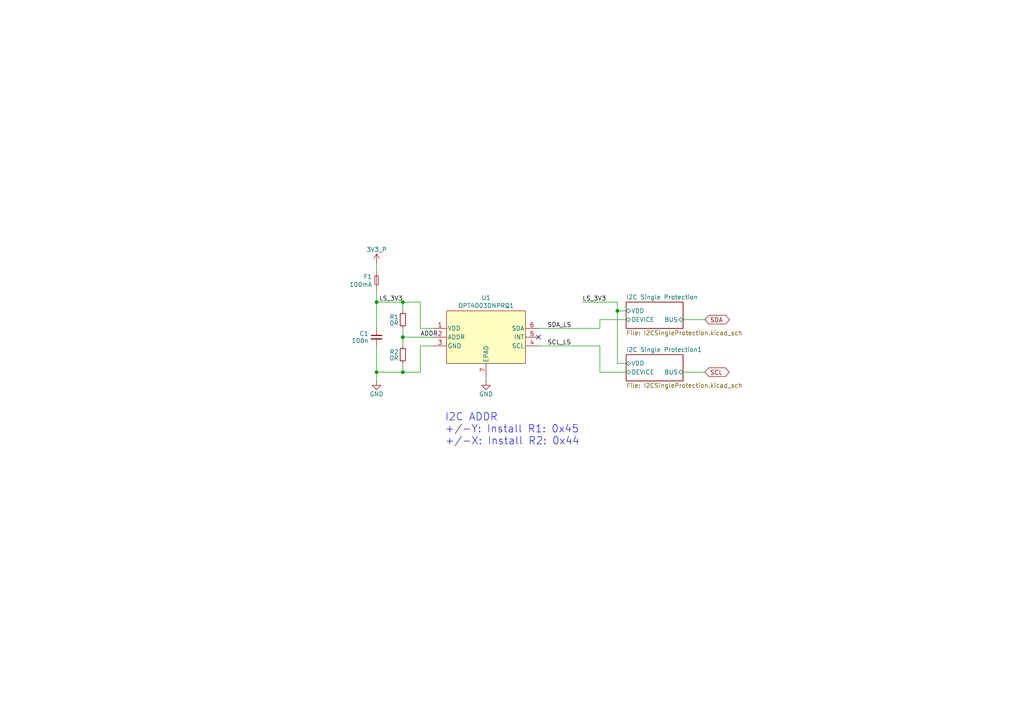
<source format=kicad_sch>
(kicad_sch (version 20250114) (generator "eeschema") (generator_version "9.0")
  (paper "A4")
  (title_block (title "Argus XY Solar Panel") (date "2026-01-27") (rev "v4.0") (company "Carnegie Mellon University") (comment 1 "N. Khera") (comment 2 "V. Rajesh"))
  (lib_symbols
    (symbol "Argus-IC:OPT4003DNPRQ1" (pin_names (offset 0.254))
      (property "Reference" "U1" (at 0 11.43 0))
      (property "Value" "OPT4003DNPRQ1" (at 0 9.144 0))
      (symbol "OPT4003DNPRQ1_1_1"
        (rectangle (start -11.43 7.62) (end 11.43 -7.62) (fill (type background)))
        (pin input line (at -15.24 2.54 0) (length 3.81) (name "VDD") (number "1"))
        (pin input line (at -15.24 0 0) (length 3.81) (name "ADDR") (number "2"))
        (pin power_in line (at -15.24 -2.54 0) (length 3.81) (name "GND") (number "3"))
        (pin power_out line (at 0 -11.43 90) (length 3.81) (name "EPAD") (number "7"))
        (pin bidirectional line (at 15.24 2.54 180) (length 3.81) (name "SDA") (number "6"))
        (pin bidirectional line (at 15.24 0 180) (length 3.81) (name "INT") (number "5"))
        (pin input line (at 15.24 -2.54 180) (length 3.81) (name "SCL") (number "4"))
      )
    )
    (symbol "Device:C_Small" (pin_numbers (hide yes)) (pin_names (offset 0.254) (hide yes))
      (property "Reference" "C" (at 0.254 1.778 0))
      (property "Value" "C_Small" (at 0.254 -2.032 0))
      (symbol "C_Small_0_1"
        (polyline (pts (xy -1.524 0.508) (xy 1.524 0.508)) (stroke (width 0.3048)))
        (polyline (pts (xy -1.524 -0.508) (xy 1.524 -0.508)) (stroke (width 0.3302)))
      )
      (symbol "C_Small_1_1"
        (pin passive line (at 0 2.54 270) (length 2.032) (name "~") (number "1"))
        (pin passive line (at 0 -2.54 90) (length 2.032) (name "~") (number "2"))
      )
    )
    (symbol "Device:Fuse_Small" (pin_numbers (hide yes)) (pin_names (offset 0.254) (hide yes))
      (property "Reference" "F" (at 0 -1.524 0))
      (property "Value" "Fuse_Small" (at 0 1.524 0))
      (symbol "Fuse_Small_0_1"
        (rectangle (start -1.27 0.508) (end 1.27 -0.508))
        (polyline (pts (xy -1.27 0) (xy 1.27 0)))
      )
      (symbol "Fuse_Small_1_1"
        (pin passive line (at -2.54 0 0) (length 1.27) (name "~") (number "1"))
        (pin passive line (at 2.54 0 180) (length 1.27) (name "~") (number "2"))
      )
    )
    (symbol "Device:R_Small" (pin_numbers (hide yes)) (pin_names (offset 0.254) (hide yes))
      (property "Reference" "R" (at 0 0 90))
      (property "Value" "R_Small" (at 1.778 0 90))
      (symbol "R_Small_0_1"
        (rectangle (start -0.762 1.778) (end 0.762 -1.778) (stroke (width 0.2032)))
      )
      (symbol "R_Small_1_1"
        (pin passive line (at 0 2.54 270) (length 0.762) (name "~") (number "1"))
        (pin passive line (at 0 -2.54 90) (length 0.762) (name "~") (number "2"))
      )
    )
    (symbol "power:+3.3V" (power) (pin_numbers (hide yes)) (pin_names (offset 0) (hide yes))
      (property "Value" "+3.3V" (at 0 3.556 0))
      (symbol "+3.3V_0_1"
        (polyline (pts (xy -0.762 1.27) (xy 0 2.54)))
        (polyline (pts (xy 0 2.54) (xy 0.762 1.27)))
        (polyline (pts (xy 0 0) (xy 0 2.54)))
      )
      (symbol "+3.3V_1_1"
        (pin power_in line (at 0 0 90) (length 0) (name "~") (number "1"))
      )
    )
    (symbol "power:GND" (power) (pin_numbers (hide yes)) (pin_names (offset 0) (hide yes))
      (property "Value" "GND" (at 0 -3.81 0))
      (symbol "GND_0_1"
        (polyline (pts (xy 0 0) (xy 0 -1.27) (xy 1.27 -1.27) (xy 0 -2.54) (xy -1.27 -1.27) (xy 0 -1.27)))
      )
      (symbol "GND_1_1"
        (pin power_in line (at 0 0 270) (length 0) (name "~") (number "1"))
      )
    )
  )
  (text "I2C ADDR\n+/-Y: Install R1: 0x45\n+/-X: Install R2: 0x44" (at 129.032 129.286 0) (effects (font (size 2.159 2.159)) (justify left bottom)))
  (junction (at 109.22 87.63))
  (junction (at 116.84 97.79))
  (junction (at 109.22 107.95))
  (junction (at 116.84 87.63))
  (junction (at 179.07 90.17))
  (junction (at 116.84 107.95))
  (no_connect (at 156.21 97.79))
  (wire (pts (xy 173.99 100.33) (xy 173.99 107.95)))
  (wire (pts (xy 116.84 97.79) (xy 125.73 97.79)))
  (wire (pts (xy 116.84 107.95) (xy 109.22 107.95)))
  (wire (pts (xy 140.97 110.49) (xy 140.97 109.22)))
  (wire (pts (xy 121.92 100.33) (xy 121.92 107.95)))
  (wire (pts (xy 121.92 100.33) (xy 125.73 100.33)))
  (wire (pts (xy 121.92 95.25) (xy 125.73 95.25)))
  (wire (pts (xy 173.99 107.95) (xy 181.61 107.95)))
  (wire (pts (xy 179.07 87.63) (xy 179.07 90.17)))
  (wire (pts (xy 156.21 100.33) (xy 173.99 100.33)))
  (wire (pts (xy 109.22 76.2) (xy 109.22 78.74)))
  (wire (pts (xy 109.22 87.63) (xy 116.84 87.63)))
  (wire (pts (xy 198.12 107.95) (xy 204.47 107.95)))
  (wire (pts (xy 179.07 90.17) (xy 179.07 105.41)))
  (wire (pts (xy 109.22 83.82) (xy 109.22 87.63)))
  (wire (pts (xy 181.61 92.71) (xy 173.99 92.71)))
  (wire (pts (xy 109.22 110.49) (xy 109.22 107.95)))
  (wire (pts (xy 181.61 105.41) (xy 179.07 105.41)))
  (wire (pts (xy 198.12 92.71) (xy 204.47 92.71)))
  (wire (pts (xy 168.91 87.63) (xy 179.07 87.63)))
  (wire (pts (xy 156.21 95.25) (xy 173.99 95.25)))
  (wire (pts (xy 179.07 90.17) (xy 181.61 90.17)))
  (wire (pts (xy 121.92 87.63) (xy 116.84 87.63)))
  (wire (pts (xy 121.92 95.25) (xy 121.92 87.63)))
  (wire (pts (xy 116.84 105.41) (xy 116.84 107.95)))
  (wire (pts (xy 116.84 87.63) (xy 116.84 90.17)))
  (wire (pts (xy 116.84 97.79) (xy 116.84 95.25)))
  (wire (pts (xy 109.22 100.33) (xy 109.22 107.95)))
  (wire (pts (xy 121.92 107.95) (xy 116.84 107.95)))
  (wire (pts (xy 116.84 97.79) (xy 116.84 100.33)))
  (wire (pts (xy 109.22 87.63) (xy 109.22 95.25)))
  (wire (pts (xy 173.99 92.71) (xy 173.99 95.25)))
  (label "SDA_LS" (at 158.75 95.25 0))
  (label "LS_3V3" (at 116.84 87.63 180))
  (label "LS_3V3" (at 168.91 87.63 0))
  (label "ADDR" (at 121.92 97.79 0))
  (label "SCL_LS" (at 158.75 100.33 0))
  (global_label "SCL" (shape bidirectional) (at 204.47 107.95 0) (property "Intersheetrefs" "${INTERSHEET_REFS}" (effects (hide yes))))
  (global_label "SDA" (shape bidirectional) (at 204.47 92.71 0) (property "Intersheetrefs" "${INTERSHEET_REFS}" (effects (hide yes))))
  (symbol (lib_id "Device:R_Small") (at 116.84 92.71 0) (mirror x) (unit 1)
    (property "Reference" "R1" (at 114.3 91.948 0))
    (property "Value" "0R" (at 114.3 93.726 0))
    (property "Footprint" "Resistor_SMD:R_0603_1608Metric" (effects (hide yes)))
    (property "Description" "Resistor, small symbol" (effects (hide yes)))
  )
  (symbol (lib_id "power:+3.3V") (at 109.22 76.2 0) (unit 1)
    (property "Reference" "#PWR049" (effects (hide yes)))
    (property "Value" "3V3_P" (at 109.22 72.39 0))
    (property "Description" "Power symbol creates a global label with name \"+3.3V\"" (effects (hide yes)))
  )
  (symbol (lib_id "Argus-IC:OPT4003DNPRQ1") (at 140.97 97.79 0) (unit 1)
    (property "Reference" "U1" (at 140.97 86.36 0))
    (property "Value" "OPT4003DNPRQ1" (at 140.97 88.646 0))
    (property "Footprint" "Argus-IC:OPT4003" (effects (hide yes)))
    (property "Datasheet" "OPT4003DNPRQ1" (effects (hide yes)))
    (property "MPN" "C22406808" (effects (hide yes)))
  )
  (symbol (lib_id "Device:R_Small") (at 116.84 102.87 0) (mirror x) (unit 1)
    (property "Reference" "R2" (at 114.3 102.108 0))
    (property "Value" "0R" (at 114.3 103.886 0))
    (property "Footprint" "Resistor_SMD:R_0603_1608Metric" (effects (hide yes)))
    (property "Description" "Resistor, small symbol" (effects (hide yes)))
  )
  (symbol (lib_id "Device:C_Small") (at 109.22 97.79 0) (unit 1)
    (property "Reference" "C1" (at 106.934 96.774 0) (effects (justify right)))
    (property "Value" "100n" (at 106.934 98.806 0) (effects (justify right)))
    (property "Footprint" "Capacitor_SMD:C_0603_1608Metric" (effects (hide yes)))
    (property "Description" "Unpolarized capacitor, small symbol" (effects (hide yes)))
    (property "MPN" "C307348" (effects (hide yes)))
  )
  (symbol (lib_id "power:GND") (at 140.97 110.49 0) (unit 1)
    (property "Reference" "#PWR051" (effects (hide yes)))
    (property "Value" "GND" (at 140.97 114.3 0))
    (property "Description" "Power symbol creates a global label with name \"GND\" , ground" (effects (hide yes)))
  )
  (symbol (lib_id "Device:Fuse_Small") (at 109.22 81.28 270) (mirror x) (unit 1)
    (property "Reference" "F1" (at 107.95 80.264 90) (effects (justify right)))
    (property "Value" "100mA" (at 107.95 82.5499 90) (effects (justify right)))
    (property "Footprint" "Fuse:Fuse_0603_1608Metric" (effects (hide yes)))
    (property "Description" "Fuse, small symbol" (effects (hide yes)))
  )
  (symbol (lib_id "power:GND") (at 109.22 110.49 0) (unit 1)
    (property "Reference" "#PWR050" (effects (hide yes)))
    (property "Value" "GND" (at 109.22 114.3 0))
    (property "Description" "Power symbol creates a global label with name \"GND\" , ground" (effects (hide yes)))
  )
  (sheet (at 181.61 102.87) (size 16.51 7.62) (stroke (width 0.1524))
    (property "Sheetname" "I2C Single Protection1" (at 181.61 102.1584 0) (effects (justify left bottom)))
    (property "Sheetfile" "I2CSingleProtection.kicad_sch" (at 181.61 111.0746 0) (effects (justify left top)))
    (pin "DEVICE" bidirectional (at 181.61 107.95 180))
    (pin "BUS" bidirectional (at 198.12 107.95 0))
    (pin "VDD" bidirectional (at 181.61 105.41 180))
  )
  (sheet (at 181.61 87.63) (size 16.51 7.62) (stroke (width 0.1524))
    (property "Sheetname" "I2C Single Protection" (at 181.61 86.9184 0) (effects (justify left bottom)))
    (property "Sheetfile" "I2CSingleProtection.kicad_sch" (at 181.61 95.8346 0) (effects (justify left top)))
    (pin "DEVICE" bidirectional (at 181.61 92.71 180))
    (pin "BUS" bidirectional (at 198.12 92.71 0))
    (pin "VDD" bidirectional (at 181.61 90.17 180))
  )
)
</source>
